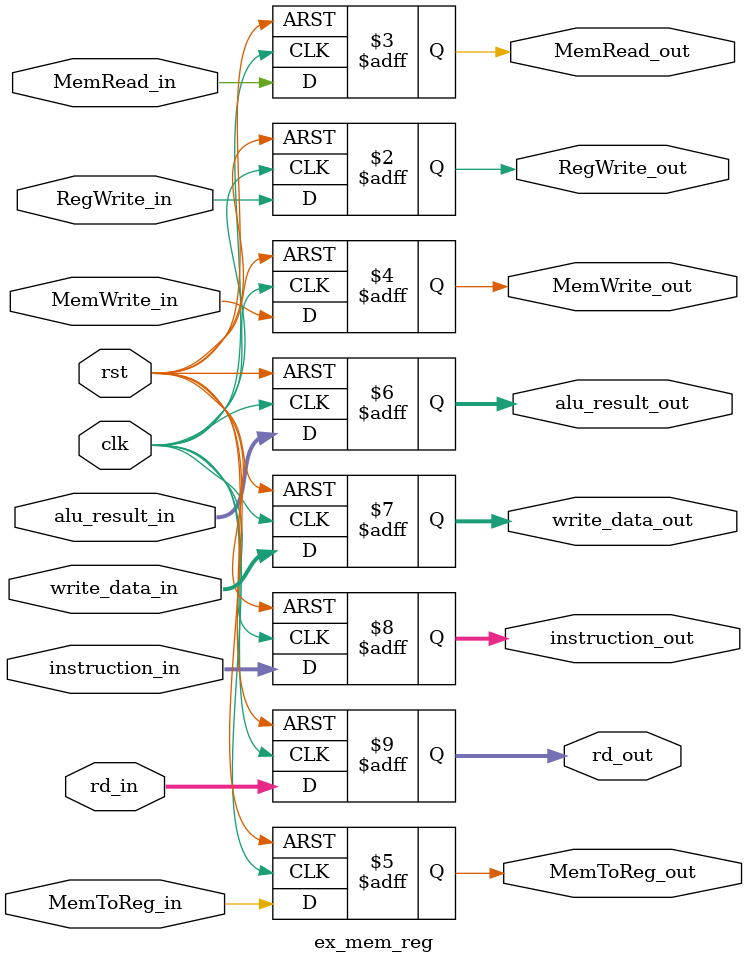
<source format=v>
`timescale 1ns / 1ps

module ex_mem_reg(
    input clk,
    input rst,
    // Control signals
    input RegWrite_in,MemRead_in,MemWrite_in,MemToReg_in,
    // Data
    input [31:0] alu_result_in,write_data_in,instruction_in,
    input [4:0] rd_in,
    // Outputs
    output reg RegWrite_out,MemRead_out,MemWrite_out,MemToReg_out,
    output reg [31:0] alu_result_out,write_data_out,instruction_out,
    output reg [4:0] rd_out
);

always @(posedge clk or posedge rst) begin
    if (rst) begin
        RegWrite_out <= 1'b0;
        MemRead_out <= 1'b0;
        MemWrite_out <= 1'b0;
        MemToReg_out <= 1'b0;
        alu_result_out <= 32'b0;
        write_data_out <= 32'b0;
        rd_out <= 5'b0;
        instruction_out <= 32'h00000013; // NOP
    end
    else begin
        RegWrite_out <= RegWrite_in;
        MemRead_out <= MemRead_in;
        MemWrite_out <= MemWrite_in;
        MemToReg_out <= MemToReg_in;
        alu_result_out <= alu_result_in;
        write_data_out <= write_data_in;
        rd_out <= rd_in;
        instruction_out <= instruction_in;
    end
end

endmodule
</source>
